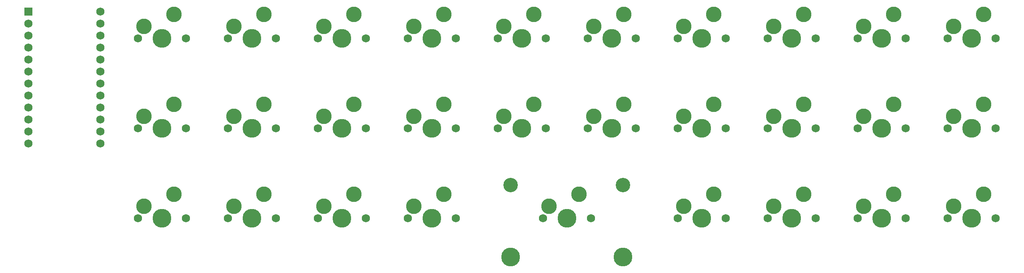
<source format=gbr>
%TF.GenerationSoftware,KiCad,Pcbnew,(6.0.6)*%
%TF.CreationDate,2022-07-16T00:36:14+07:00*%
%TF.ProjectId,pocket,706f636b-6574-42e6-9b69-6361645f7063,rev?*%
%TF.SameCoordinates,Original*%
%TF.FileFunction,Soldermask,Top*%
%TF.FilePolarity,Negative*%
%FSLAX46Y46*%
G04 Gerber Fmt 4.6, Leading zero omitted, Abs format (unit mm)*
G04 Created by KiCad (PCBNEW (6.0.6)) date 2022-07-16 00:36:14*
%MOMM*%
%LPD*%
G01*
G04 APERTURE LIST*
%ADD10C,3.300000*%
%ADD11C,1.750000*%
%ADD12C,3.987800*%
%ADD13C,1.752600*%
%ADD14R,1.752600X1.752600*%
%ADD15C,3.048000*%
G04 APERTURE END LIST*
D10*
%TO.C,SW13*%
X227965000Y-60801250D03*
X221615000Y-63341250D03*
D11*
X230505000Y-65881250D03*
D12*
X225425000Y-65881250D03*
D11*
X220345000Y-65881250D03*
%TD*%
D13*
%TO.C,U1*%
X79057500Y-41198000D03*
X63817500Y-69138000D03*
X79057500Y-43738000D03*
X79057500Y-46278000D03*
X79057500Y-48818000D03*
X79057500Y-51358000D03*
X79057500Y-53898000D03*
X79057500Y-56438000D03*
X79057500Y-58978000D03*
X79057500Y-61518000D03*
X79057500Y-64058000D03*
X79057500Y-66598000D03*
X79057500Y-69138000D03*
X63817500Y-66598000D03*
X63817500Y-64058000D03*
X63817500Y-61518000D03*
X63817500Y-58978000D03*
X63817500Y-56438000D03*
X63817500Y-53898000D03*
X63817500Y-51358000D03*
X63817500Y-48818000D03*
X63817500Y-46278000D03*
X63817500Y-43738000D03*
D14*
X63817500Y-41198000D03*
%TD*%
D10*
%TO.C,SW15*%
X189865000Y-60801250D03*
X183515000Y-63341250D03*
D11*
X192405000Y-65881250D03*
D12*
X187325000Y-65881250D03*
D11*
X182245000Y-65881250D03*
%TD*%
D10*
%TO.C,SW14*%
X208915000Y-60801250D03*
X202565000Y-63341250D03*
D11*
X211455000Y-65881250D03*
D12*
X206375000Y-65881250D03*
D11*
X201295000Y-65881250D03*
%TD*%
D15*
%TO.C,S1*%
X189706250Y-77946250D03*
X165893750Y-77946250D03*
D12*
X189706250Y-93186250D03*
X165893750Y-93186250D03*
%TD*%
D11*
%TO.C,SW29*%
X86995000Y-84931250D03*
D12*
X92075000Y-84931250D03*
D11*
X97155000Y-84931250D03*
D10*
X88265000Y-82391250D03*
X94615000Y-79851250D03*
%TD*%
D11*
%TO.C,SW28*%
X106045000Y-84931250D03*
D12*
X111125000Y-84931250D03*
D11*
X116205000Y-84931250D03*
D10*
X107315000Y-82391250D03*
X113665000Y-79851250D03*
%TD*%
D11*
%TO.C,SW27*%
X125095000Y-84931250D03*
D12*
X130175000Y-84931250D03*
D11*
X135255000Y-84931250D03*
D10*
X126365000Y-82391250D03*
X132715000Y-79851250D03*
%TD*%
D11*
%TO.C,SW26*%
X144145000Y-84931250D03*
D12*
X149225000Y-84931250D03*
D11*
X154305000Y-84931250D03*
D10*
X145415000Y-82391250D03*
X151765000Y-79851250D03*
%TD*%
D11*
%TO.C,SW25*%
X172720000Y-84931250D03*
D12*
X177800000Y-84931250D03*
D11*
X182880000Y-84931250D03*
D10*
X173990000Y-82391250D03*
X180340000Y-79851250D03*
%TD*%
D11*
%TO.C,SW24*%
X201295000Y-84931250D03*
D12*
X206375000Y-84931250D03*
D11*
X211455000Y-84931250D03*
D10*
X202565000Y-82391250D03*
X208915000Y-79851250D03*
%TD*%
D11*
%TO.C,SW23*%
X220345000Y-84931250D03*
D12*
X225425000Y-84931250D03*
D11*
X230505000Y-84931250D03*
D10*
X221615000Y-82391250D03*
X227965000Y-79851250D03*
%TD*%
D11*
%TO.C,SW22*%
X239395000Y-84931250D03*
D12*
X244475000Y-84931250D03*
D11*
X249555000Y-84931250D03*
D10*
X240665000Y-82391250D03*
X247015000Y-79851250D03*
%TD*%
D11*
%TO.C,SW21*%
X258445000Y-84931250D03*
D12*
X263525000Y-84931250D03*
D11*
X268605000Y-84931250D03*
D10*
X259715000Y-82391250D03*
X266065000Y-79851250D03*
%TD*%
%TO.C,SW6*%
X170815000Y-41751250D03*
X164465000Y-44291250D03*
D11*
X173355000Y-46831250D03*
D12*
X168275000Y-46831250D03*
D11*
X163195000Y-46831250D03*
%TD*%
%TO.C,SW20*%
X86995000Y-65881250D03*
D12*
X92075000Y-65881250D03*
D11*
X97155000Y-65881250D03*
D10*
X88265000Y-63341250D03*
X94615000Y-60801250D03*
%TD*%
D11*
%TO.C,SW19*%
X106045000Y-65881250D03*
D12*
X111125000Y-65881250D03*
D11*
X116205000Y-65881250D03*
D10*
X107315000Y-63341250D03*
X113665000Y-60801250D03*
%TD*%
%TO.C,SW18*%
X132715000Y-60801250D03*
X126365000Y-63341250D03*
D11*
X135255000Y-65881250D03*
D12*
X130175000Y-65881250D03*
D11*
X125095000Y-65881250D03*
%TD*%
D10*
%TO.C,SW17*%
X151765000Y-60801250D03*
X145415000Y-63341250D03*
D11*
X154305000Y-65881250D03*
D12*
X149225000Y-65881250D03*
D11*
X144145000Y-65881250D03*
%TD*%
D10*
%TO.C,SW16*%
X170815000Y-60801250D03*
X164465000Y-63341250D03*
D11*
X173355000Y-65881250D03*
D12*
X168275000Y-65881250D03*
D11*
X163195000Y-65881250D03*
%TD*%
D10*
%TO.C,SW12*%
X247015000Y-60801250D03*
X240665000Y-63341250D03*
D11*
X249555000Y-65881250D03*
D12*
X244475000Y-65881250D03*
D11*
X239395000Y-65881250D03*
%TD*%
D10*
%TO.C,SW11*%
X266065000Y-60801250D03*
X259715000Y-63341250D03*
D11*
X268605000Y-65881250D03*
D12*
X263525000Y-65881250D03*
D11*
X258445000Y-65881250D03*
%TD*%
D10*
%TO.C,SW10*%
X94615000Y-41751250D03*
X88265000Y-44291250D03*
D11*
X97155000Y-46831250D03*
D12*
X92075000Y-46831250D03*
D11*
X86995000Y-46831250D03*
%TD*%
D10*
%TO.C,SW9*%
X113665000Y-41751250D03*
X107315000Y-44291250D03*
D11*
X116205000Y-46831250D03*
D12*
X111125000Y-46831250D03*
D11*
X106045000Y-46831250D03*
%TD*%
D10*
%TO.C,SW8*%
X132715000Y-41751250D03*
X126365000Y-44291250D03*
D11*
X135255000Y-46831250D03*
D12*
X130175000Y-46831250D03*
D11*
X125095000Y-46831250D03*
%TD*%
D10*
%TO.C,SW7*%
X151765000Y-41751250D03*
X145415000Y-44291250D03*
D11*
X154305000Y-46831250D03*
D12*
X149225000Y-46831250D03*
D11*
X144145000Y-46831250D03*
%TD*%
D10*
%TO.C,SW5*%
X189865000Y-41751250D03*
X183515000Y-44291250D03*
D11*
X192405000Y-46831250D03*
D12*
X187325000Y-46831250D03*
D11*
X182245000Y-46831250D03*
%TD*%
D10*
%TO.C,SW4*%
X208915000Y-41751250D03*
X202565000Y-44291250D03*
D11*
X211455000Y-46831250D03*
D12*
X206375000Y-46831250D03*
D11*
X201295000Y-46831250D03*
%TD*%
D10*
%TO.C,SW3*%
X227965000Y-41751250D03*
X221615000Y-44291250D03*
D11*
X230505000Y-46831250D03*
D12*
X225425000Y-46831250D03*
D11*
X220345000Y-46831250D03*
%TD*%
D10*
%TO.C,SW2*%
X247015000Y-41751250D03*
X240665000Y-44291250D03*
D11*
X249555000Y-46831250D03*
D12*
X244475000Y-46831250D03*
D11*
X239395000Y-46831250D03*
%TD*%
D10*
%TO.C,SW1*%
X266065000Y-41751250D03*
X259715000Y-44291250D03*
D11*
X268605000Y-46831250D03*
D12*
X263525000Y-46831250D03*
D11*
X258445000Y-46831250D03*
%TD*%
M02*

</source>
